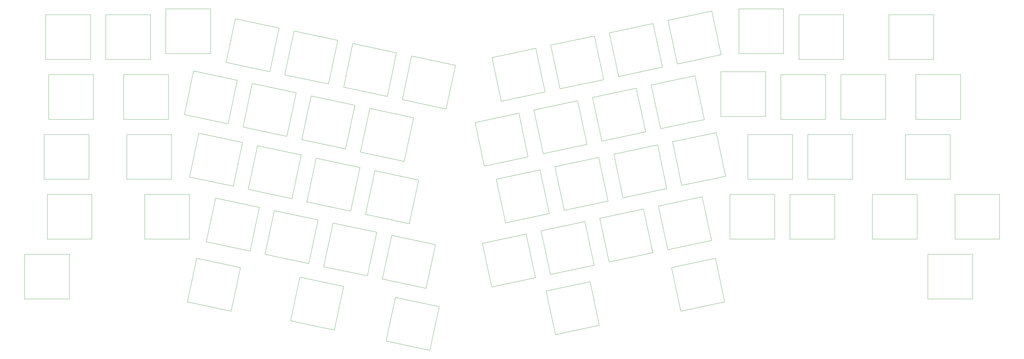
<source format=gbr>
%TF.GenerationSoftware,KiCad,Pcbnew,9.0.3*%
%TF.CreationDate,2025-08-01T16:02:48+05:00*%
%TF.ProjectId,Ayumu62,4179756d-7536-4322-9e6b-696361645f70,rev?*%
%TF.SameCoordinates,Original*%
%TF.FileFunction,Legend,Top*%
%TF.FilePolarity,Positive*%
%FSLAX46Y46*%
G04 Gerber Fmt 4.6, Leading zero omitted, Abs format (unit mm)*
G04 Created by KiCad (PCBNEW 9.0.3) date 2025-08-01 16:02:48*
%MOMM*%
%LPD*%
G01*
G04 APERTURE LIST*
%ADD10C,0.120000*%
G04 APERTURE END LIST*
D10*
%TO.C,SW61*%
X245923379Y-170193525D02*
X248875725Y-184083221D01*
X248875725Y-184083221D02*
X262765421Y-181130875D01*
X259813075Y-167241179D02*
X245923379Y-170193525D01*
X262765421Y-181130875D02*
X259813075Y-167241179D01*
%TO.C,SW5*%
X326117500Y-82345600D02*
X326117500Y-96545600D01*
X326117500Y-96545600D02*
X340317500Y-96545600D01*
X340317500Y-82345600D02*
X326117500Y-82345600D01*
X340317500Y-96545600D02*
X340317500Y-82345600D01*
%TO.C,SW38*%
X138021979Y-154529475D02*
X151911675Y-157481821D01*
X140974325Y-140639779D02*
X138021979Y-154529475D01*
X151911675Y-157481821D02*
X154864021Y-143592125D01*
X154864021Y-143592125D02*
X140974325Y-140639779D01*
%TO.C,SW46*%
X247316679Y-91994925D02*
X250269025Y-105884621D01*
X250269025Y-105884621D02*
X264158721Y-102932275D01*
X261206375Y-89042579D02*
X247316679Y-91994925D01*
X264158721Y-102932275D02*
X261206375Y-89042579D01*
%TO.C,SW48*%
X284584179Y-84073525D02*
X287536525Y-97963221D01*
X287536525Y-97963221D02*
X301426221Y-95010875D01*
X298473875Y-81121179D02*
X284584179Y-84073525D01*
X301426221Y-95010875D02*
X298473875Y-81121179D01*
%TO.C,SW56*%
X285983779Y-122727225D02*
X288936125Y-136616921D01*
X288936125Y-136616921D02*
X302825821Y-133664575D01*
X299873475Y-119774879D02*
X285983779Y-122727225D01*
X302825821Y-133664575D02*
X299873475Y-119774879D01*
%TO.C,SW26*%
X144314079Y-97440075D02*
X158203775Y-100392421D01*
X147266425Y-83550379D02*
X144314079Y-97440075D01*
X158203775Y-100392421D02*
X161156121Y-86502725D01*
X161156121Y-86502725D02*
X147266425Y-83550379D01*
%TO.C,SW42*%
X164806879Y-179698375D02*
X178696575Y-182650721D01*
X167759225Y-165808679D02*
X164806879Y-179698375D01*
X178696575Y-182650721D02*
X181648921Y-168761025D01*
X181648921Y-168761025D02*
X167759225Y-165808679D01*
%TO.C,SW31*%
X149670179Y-118054175D02*
X163559875Y-121006521D01*
X152622525Y-104164479D02*
X149670179Y-118054175D01*
X163559875Y-121006521D02*
X166512221Y-107116825D01*
X166512221Y-107116825D02*
X152622525Y-104164479D01*
%TO.C,SW7*%
X301352500Y-100443100D02*
X301352500Y-114643100D01*
X301352500Y-114643100D02*
X315552500Y-114643100D01*
X315552500Y-100443100D02*
X301352500Y-100443100D01*
X315552500Y-114643100D02*
X315552500Y-100443100D01*
%TO.C,SW58*%
X244291879Y-151064725D02*
X247244225Y-164954421D01*
X247244225Y-164954421D02*
X261133921Y-162002075D01*
X258181575Y-148112379D02*
X244291879Y-151064725D01*
X261133921Y-162002075D02*
X258181575Y-148112379D01*
%TO.C,SW39*%
X156655679Y-158490175D02*
X170545375Y-161442521D01*
X159608025Y-144600479D02*
X156655679Y-158490175D01*
X170545375Y-161442521D02*
X173497721Y-147552825D01*
X173497721Y-147552825D02*
X159608025Y-144600479D01*
%TO.C,SW17*%
X359931300Y-120445600D02*
X359931300Y-134645600D01*
X359931300Y-134645600D02*
X374131300Y-134645600D01*
X374131300Y-120445600D02*
X359931300Y-120445600D01*
X374131300Y-134645600D02*
X374131300Y-120445600D01*
%TO.C,SW51*%
X260594279Y-108648325D02*
X263546625Y-122538021D01*
X263546625Y-122538021D02*
X277436321Y-119585675D01*
X274483975Y-105695979D02*
X260594279Y-108648325D01*
X277436321Y-119585675D02*
X274483975Y-105695979D01*
%TO.C,SW12*%
X363265000Y-101395600D02*
X363265000Y-115595600D01*
X363265000Y-115595600D02*
X377465000Y-115595600D01*
X377465000Y-101395600D02*
X363265000Y-101395600D01*
X377465000Y-115595600D02*
X377465000Y-101395600D01*
%TO.C,SW47*%
X265950479Y-88034225D02*
X268902825Y-101923921D01*
X268902825Y-101923921D02*
X282792521Y-98971575D01*
X279840175Y-85081879D02*
X265950479Y-88034225D01*
X282792521Y-98971575D02*
X279840175Y-85081879D01*
%TO.C,SW40*%
X175289379Y-162450875D02*
X189179075Y-165403221D01*
X178241725Y-148561179D02*
X175289379Y-162450875D01*
X189179075Y-165403221D02*
X192131421Y-151513525D01*
X192131421Y-151513525D02*
X178241725Y-148561179D01*
%TO.C,SW24*%
X80372500Y-158545600D02*
X80372500Y-172745600D01*
X80372500Y-172745600D02*
X94572500Y-172745600D01*
X94572500Y-158545600D02*
X80372500Y-158545600D01*
X94572500Y-172745600D02*
X94572500Y-158545600D01*
%TO.C,SW57*%
X225658179Y-155025425D02*
X228610525Y-168915121D01*
X228610525Y-168915121D02*
X242500221Y-165962775D01*
X239547875Y-152073079D02*
X225658179Y-155025425D01*
X242500221Y-165962775D02*
X239547875Y-152073079D01*
%TO.C,SW52*%
X279227979Y-104687625D02*
X282180325Y-118577321D01*
X282180325Y-118577321D02*
X296070021Y-115624975D01*
X293117675Y-101735279D02*
X279227979Y-104687625D01*
X296070021Y-115624975D02*
X293117675Y-101735279D01*
%TO.C,SW3*%
X87040000Y-82345600D02*
X87040000Y-96545600D01*
X87040000Y-96545600D02*
X101240000Y-96545600D01*
X101240000Y-82345600D02*
X87040000Y-82345600D01*
X101240000Y-96545600D02*
X101240000Y-82345600D01*
%TO.C,SW30*%
X131036479Y-114093475D02*
X144926175Y-117045821D01*
X133988825Y-100203779D02*
X131036479Y-114093475D01*
X144926175Y-117045821D02*
X147878521Y-103156125D01*
X147878521Y-103156125D02*
X133988825Y-100203779D01*
%TO.C,SW45*%
X228682979Y-95955725D02*
X231635325Y-109845421D01*
X231635325Y-109845421D02*
X245525021Y-106893075D01*
X242572675Y-93003379D02*
X228682979Y-95955725D01*
X245525021Y-106893075D02*
X242572675Y-93003379D01*
%TO.C,SW20*%
X304210000Y-139495600D02*
X304210000Y-153695600D01*
X304210000Y-153695600D02*
X318410000Y-153695600D01*
X318410000Y-139495600D02*
X304210000Y-139495600D01*
X318410000Y-153695600D02*
X318410000Y-139495600D01*
%TO.C,SW55*%
X267350079Y-126687925D02*
X270302425Y-140577621D01*
X270302425Y-140577621D02*
X284192121Y-137625275D01*
X281239775Y-123735579D02*
X267350079Y-126687925D01*
X284192121Y-137625275D02*
X281239775Y-123735579D01*
%TO.C,SW37*%
X188566979Y-145797575D02*
X202456675Y-148749921D01*
X191519325Y-131907879D02*
X188566979Y-145797575D01*
X202456675Y-148749921D02*
X205409021Y-134860225D01*
X205409021Y-134860225D02*
X191519325Y-131907879D01*
%TO.C,SW50*%
X241960579Y-112609025D02*
X244912925Y-126498721D01*
X244912925Y-126498721D02*
X258802621Y-123546375D01*
X255850275Y-109656679D02*
X241960579Y-112609025D01*
X258802621Y-123546375D02*
X255850275Y-109656679D01*
%TO.C,SW34*%
X132665879Y-133915375D02*
X146555575Y-136867721D01*
X135618225Y-120025679D02*
X132665879Y-133915375D01*
X146555575Y-136867721D02*
X149507921Y-122978025D01*
X149507921Y-122978025D02*
X135618225Y-120025679D01*
%TO.C,SW10*%
X320402500Y-101395600D02*
X320402500Y-115595600D01*
X320402500Y-115595600D02*
X334602500Y-115595600D01*
X334602500Y-101395600D02*
X320402500Y-101395600D01*
X334602500Y-115595600D02*
X334602500Y-101395600D01*
%TO.C,SW8*%
X87992500Y-101395600D02*
X87992500Y-115595600D01*
X87992500Y-115595600D02*
X102192500Y-115595600D01*
X102192500Y-101395600D02*
X87992500Y-101395600D01*
X102192500Y-115595600D02*
X102192500Y-101395600D01*
%TO.C,SW13*%
X86563800Y-120445600D02*
X86563800Y-134645600D01*
X86563800Y-134645600D02*
X100763800Y-134645600D01*
X100763800Y-120445600D02*
X86563800Y-120445600D01*
X100763800Y-134645600D02*
X100763800Y-120445600D01*
%TO.C,SW1*%
X125140000Y-80440600D02*
X125140000Y-94640600D01*
X125140000Y-94640600D02*
X139340000Y-94640600D01*
X139340000Y-80440600D02*
X125140000Y-80440600D01*
X139340000Y-94640600D02*
X139340000Y-80440600D01*
%TO.C,SW21*%
X323260000Y-139495600D02*
X323260000Y-153695600D01*
X323260000Y-153695600D02*
X337460000Y-153695600D01*
X337460000Y-139495600D02*
X323260000Y-139495600D01*
X337460000Y-153695600D02*
X337460000Y-139495600D01*
%TO.C,SW29*%
X200215179Y-109322275D02*
X214104875Y-112274621D01*
X203167525Y-95432579D02*
X200215179Y-109322275D01*
X214104875Y-112274621D02*
X217057221Y-98384925D01*
X217057221Y-98384925D02*
X203167525Y-95432579D01*
%TO.C,SW11*%
X339452500Y-101395600D02*
X339452500Y-115595600D01*
X339452500Y-115595600D02*
X353652500Y-115595600D01*
X353652500Y-101395600D02*
X339452500Y-101395600D01*
X353652500Y-115595600D02*
X353652500Y-101395600D01*
%TO.C,SW44*%
X131999879Y-173698775D02*
X145889575Y-176651121D01*
X134952225Y-159809079D02*
X131999879Y-173698775D01*
X145889575Y-176651121D02*
X148841921Y-162761425D01*
X148841921Y-162761425D02*
X134952225Y-159809079D01*
%TO.C,SW2*%
X307067500Y-80440600D02*
X307067500Y-94640600D01*
X307067500Y-94640600D02*
X321267500Y-94640600D01*
X321267500Y-80440600D02*
X307067500Y-80440600D01*
X321267500Y-94640600D02*
X321267500Y-80440600D01*
%TO.C,SW14*%
X112757500Y-120445600D02*
X112757500Y-134645600D01*
X112757500Y-134645600D02*
X126957500Y-134645600D01*
X126957500Y-120445600D02*
X112757500Y-120445600D01*
X126957500Y-134645600D02*
X126957500Y-120445600D01*
%TO.C,SW9*%
X111805000Y-101395600D02*
X111805000Y-115595600D01*
X111805000Y-115595600D02*
X126005000Y-115595600D01*
X126005000Y-101395600D02*
X111805000Y-101395600D01*
X126005000Y-115595600D02*
X126005000Y-101395600D01*
%TO.C,SW60*%
X281559379Y-143143225D02*
X284511725Y-157032921D01*
X284511725Y-157032921D02*
X298401421Y-154080575D01*
X295449075Y-140190879D02*
X281559379Y-143143225D01*
X298401421Y-154080575D02*
X295449075Y-140190879D01*
%TO.C,SW27*%
X162947779Y-101400875D02*
X176837475Y-104353221D01*
X165900125Y-87511179D02*
X162947779Y-101400875D01*
X176837475Y-104353221D02*
X179789821Y-90463525D01*
X179789821Y-90463525D02*
X165900125Y-87511179D01*
%TO.C,SW62*%
X285718079Y-162708625D02*
X288670425Y-176598321D01*
X288670425Y-176598321D02*
X302560121Y-173645975D01*
X299607775Y-159756279D02*
X285718079Y-162708625D01*
X302560121Y-173645975D02*
X299607775Y-159756279D01*
%TO.C,SW49*%
X223326879Y-116569725D02*
X226279225Y-130459421D01*
X226279225Y-130459421D02*
X240168921Y-127507075D01*
X237216575Y-113617379D02*
X223326879Y-116569725D01*
X240168921Y-127507075D02*
X237216575Y-113617379D01*
%TO.C,SW28*%
X181581479Y-105361575D02*
X195471175Y-108313921D01*
X184533825Y-91471879D02*
X181581479Y-105361575D01*
X195471175Y-108313921D02*
X198423521Y-94424225D01*
X198423521Y-94424225D02*
X184533825Y-91471879D01*
%TO.C,SW33*%
X186937579Y-125975575D02*
X200827275Y-128927921D01*
X189889925Y-112085879D02*
X186937579Y-125975575D01*
X200827275Y-128927921D02*
X203779621Y-115038225D01*
X203779621Y-115038225D02*
X189889925Y-112085879D01*
%TO.C,SW32*%
X168303879Y-122014875D02*
X182193575Y-124967221D01*
X171256225Y-108125179D02*
X168303879Y-122014875D01*
X182193575Y-124967221D02*
X185145921Y-111077525D01*
X185145921Y-111077525D02*
X171256225Y-108125179D01*
%TO.C,SW19*%
X118472500Y-139495600D02*
X118472500Y-153695600D01*
X118472500Y-153695600D02*
X132672500Y-153695600D01*
X132672500Y-139495600D02*
X118472500Y-139495600D01*
X132672500Y-153695600D02*
X132672500Y-139495600D01*
%TO.C,SW22*%
X349453800Y-139495600D02*
X349453800Y-153695600D01*
X349453800Y-153695600D02*
X363653800Y-153695600D01*
X363653800Y-139495600D02*
X349453800Y-139495600D01*
X363653800Y-153695600D02*
X363653800Y-139495600D01*
%TO.C,SW41*%
X193923179Y-166411575D02*
X207812875Y-169363921D01*
X196875525Y-152521879D02*
X193923179Y-166411575D01*
X207812875Y-169363921D02*
X210765221Y-155474225D01*
X210765221Y-155474225D02*
X196875525Y-152521879D01*
%TO.C,SW4*%
X106090000Y-82345600D02*
X106090000Y-96545600D01*
X106090000Y-96545600D02*
X120290000Y-96545600D01*
X120290000Y-82345600D02*
X106090000Y-82345600D01*
X120290000Y-96545600D02*
X120290000Y-82345600D01*
%TO.C,SW23*%
X375647500Y-139495600D02*
X375647500Y-153695600D01*
X375647500Y-153695600D02*
X389847500Y-153695600D01*
X389847500Y-139495600D02*
X375647500Y-139495600D01*
X389847500Y-153695600D02*
X389847500Y-139495600D01*
%TO.C,SW36*%
X169933279Y-141836875D02*
X183822975Y-144789221D01*
X172885625Y-127947179D02*
X169933279Y-141836875D01*
X183822975Y-144789221D02*
X186775321Y-130899525D01*
X186775321Y-130899525D02*
X172885625Y-127947179D01*
%TO.C,SW35*%
X151299579Y-137876075D02*
X165189275Y-140828421D01*
X154251925Y-123986379D02*
X151299579Y-137876075D01*
X165189275Y-140828421D02*
X168141621Y-126938725D01*
X168141621Y-126938725D02*
X154251925Y-123986379D01*
%TO.C,SW6*%
X354692500Y-82345600D02*
X354692500Y-96545600D01*
X354692500Y-96545600D02*
X368892500Y-96545600D01*
X368892500Y-82345600D02*
X354692500Y-82345600D01*
X368892500Y-96545600D02*
X368892500Y-82345600D01*
%TO.C,SW54*%
X248716379Y-130648625D02*
X251668725Y-144538321D01*
X251668725Y-144538321D02*
X265558421Y-141585975D01*
X262606075Y-127696279D02*
X248716379Y-130648625D01*
X265558421Y-141585975D02*
X262606075Y-127696279D01*
%TO.C,SW16*%
X328975000Y-120445600D02*
X328975000Y-134645600D01*
X328975000Y-134645600D02*
X343175000Y-134645600D01*
X343175000Y-120445600D02*
X328975000Y-120445600D01*
X343175000Y-134645600D02*
X343175000Y-120445600D01*
%TO.C,SW43*%
X195086679Y-186134575D02*
X208976375Y-189086921D01*
X198039025Y-172244879D02*
X195086679Y-186134575D01*
X208976375Y-189086921D02*
X211928721Y-175197225D01*
X211928721Y-175197225D02*
X198039025Y-172244879D01*
%TO.C,SW25*%
X367075000Y-158545600D02*
X367075000Y-172745600D01*
X367075000Y-172745600D02*
X381275000Y-172745600D01*
X381275000Y-158545600D02*
X367075000Y-158545600D01*
X381275000Y-172745600D02*
X381275000Y-158545600D01*
%TO.C,SW15*%
X309925000Y-120445600D02*
X309925000Y-134645600D01*
X309925000Y-134645600D02*
X324125000Y-134645600D01*
X324125000Y-120445600D02*
X309925000Y-120445600D01*
X324125000Y-134645600D02*
X324125000Y-120445600D01*
%TO.C,SW59*%
X262925579Y-147103925D02*
X265877925Y-160993621D01*
X265877925Y-160993621D02*
X279767621Y-158041275D01*
X276815275Y-144151579D02*
X262925579Y-147103925D01*
X279767621Y-158041275D02*
X276815275Y-144151579D01*
%TO.C,SW18*%
X87516300Y-139495600D02*
X87516300Y-153695600D01*
X87516300Y-153695600D02*
X101716300Y-153695600D01*
X101716300Y-139495600D02*
X87516300Y-139495600D01*
X101716300Y-153695600D02*
X101716300Y-139495600D01*
%TO.C,SW53*%
X230082679Y-134609325D02*
X233035025Y-148499021D01*
X233035025Y-148499021D02*
X246924721Y-145546675D01*
X243972375Y-131656979D02*
X230082679Y-134609325D01*
X246924721Y-145546675D02*
X243972375Y-131656979D01*
%TD*%
M02*

</source>
